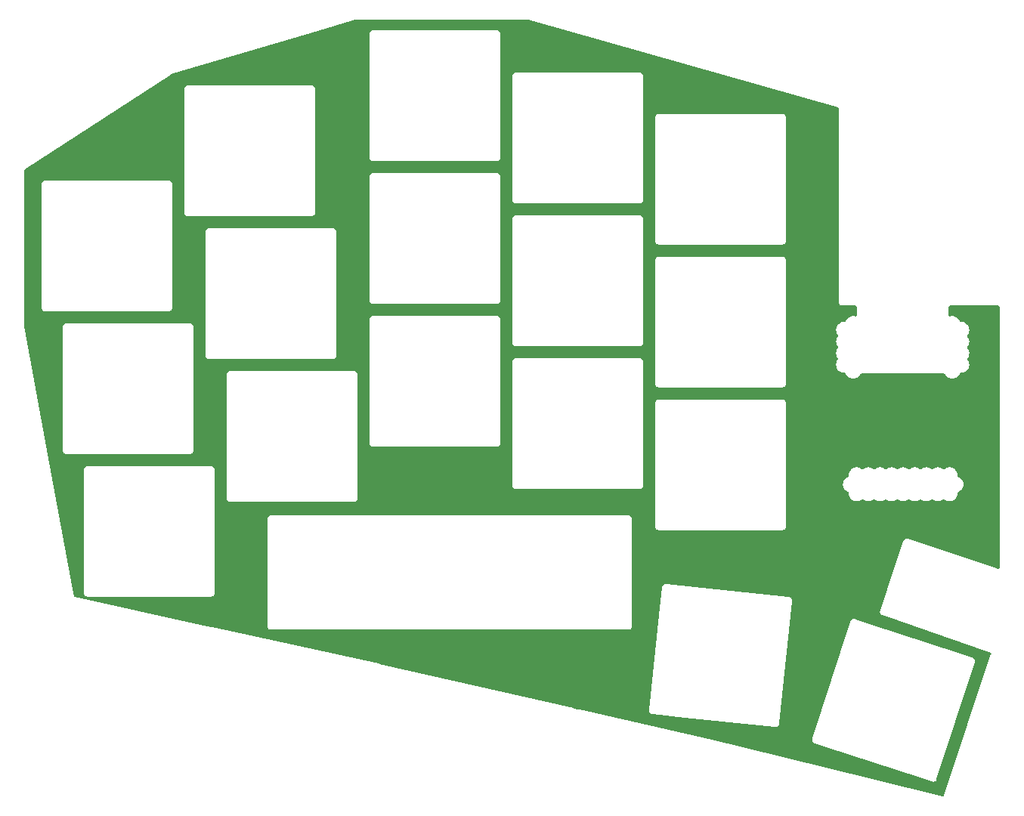
<source format=gbl>
%TF.GenerationSoftware,KiCad,Pcbnew,(6.0.8)*%
%TF.CreationDate,2022-10-28T13:13:37+09:00*%
%TF.ProjectId,selen-full_narrow_plate,73656c65-6e2d-4667-956c-6c5f6e617272,rev?*%
%TF.SameCoordinates,Original*%
%TF.FileFunction,Copper,L2,Bot*%
%TF.FilePolarity,Positive*%
%FSLAX46Y46*%
G04 Gerber Fmt 4.6, Leading zero omitted, Abs format (unit mm)*
G04 Created by KiCad (PCBNEW (6.0.8)) date 2022-10-28 13:13:37*
%MOMM*%
%LPD*%
G01*
G04 APERTURE LIST*
G04 APERTURE END LIST*
%TA.AperFunction,NonConductor*%
G36*
X158761095Y-61805296D02*
G01*
X193507933Y-71676556D01*
X193567995Y-71714413D01*
X193598055Y-71778731D01*
X193599500Y-71797760D01*
X193599500Y-93430291D01*
X193597948Y-93450004D01*
X193594508Y-93471721D01*
X193599500Y-93503243D01*
X193599500Y-93503246D01*
X193604389Y-93534112D01*
X193614352Y-93597025D01*
X193614354Y-93597028D01*
X193614354Y-93597031D01*
X193638614Y-93644644D01*
X193671946Y-93710064D01*
X193671949Y-93710067D01*
X193671950Y-93710069D01*
X193716799Y-93754918D01*
X193761653Y-93799773D01*
X193761655Y-93799774D01*
X193761658Y-93799777D01*
X193827072Y-93833107D01*
X193874690Y-93857371D01*
X193874693Y-93857371D01*
X193874696Y-93857373D01*
X193888153Y-93859504D01*
X193888155Y-93859505D01*
X193922297Y-93864912D01*
X193922300Y-93864913D01*
X193968443Y-93872222D01*
X193968475Y-93872227D01*
X193968481Y-93872227D01*
X194000000Y-93877219D01*
X194021722Y-93873779D01*
X194041429Y-93872228D01*
X195473503Y-93872249D01*
X195541622Y-93892252D01*
X195588114Y-93945908D01*
X195599500Y-93998249D01*
X195599500Y-94958701D01*
X195579498Y-95026822D01*
X195525842Y-95073315D01*
X195455568Y-95083419D01*
X195447303Y-95081948D01*
X195301103Y-95050872D01*
X195301099Y-95050872D01*
X195294646Y-95049500D01*
X195105354Y-95049500D01*
X195098901Y-95050872D01*
X195098897Y-95050872D01*
X195018212Y-95068022D01*
X194920197Y-95088856D01*
X194747270Y-95165849D01*
X194594129Y-95277112D01*
X194589716Y-95282014D01*
X194589714Y-95282015D01*
X194574481Y-95298933D01*
X194467467Y-95417784D01*
X194372821Y-95581716D01*
X194362839Y-95612436D01*
X194322768Y-95671041D01*
X194257372Y-95698678D01*
X194243007Y-95699500D01*
X194105354Y-95699500D01*
X194098901Y-95700872D01*
X194098897Y-95700872D01*
X194018212Y-95718022D01*
X193920197Y-95738856D01*
X193747270Y-95815849D01*
X193741929Y-95819729D01*
X193741928Y-95819730D01*
X193705089Y-95846495D01*
X193594129Y-95927112D01*
X193467467Y-96067784D01*
X193464164Y-96073505D01*
X193388362Y-96204799D01*
X193372821Y-96231716D01*
X193314326Y-96411744D01*
X193294540Y-96600000D01*
X193314326Y-96788256D01*
X193372821Y-96968284D01*
X193467467Y-97132216D01*
X193471885Y-97137123D01*
X193471886Y-97137124D01*
X193497607Y-97165690D01*
X193528325Y-97229697D01*
X193519560Y-97300151D01*
X193497607Y-97334310D01*
X193467467Y-97367784D01*
X193372821Y-97531716D01*
X193314326Y-97711744D01*
X193294540Y-97900000D01*
X193295230Y-97906565D01*
X193307736Y-98025551D01*
X193314326Y-98088256D01*
X193372821Y-98268284D01*
X193467467Y-98432216D01*
X193471885Y-98437123D01*
X193471886Y-98437124D01*
X193497607Y-98465690D01*
X193528325Y-98529697D01*
X193519560Y-98600151D01*
X193497607Y-98634310D01*
X193467467Y-98667784D01*
X193372821Y-98831716D01*
X193314326Y-99011744D01*
X193294540Y-99200000D01*
X193314326Y-99388256D01*
X193372821Y-99568284D01*
X193467467Y-99732216D01*
X193471885Y-99737123D01*
X193471886Y-99737124D01*
X193497607Y-99765690D01*
X193528325Y-99829697D01*
X193519560Y-99900151D01*
X193497607Y-99934310D01*
X193476972Y-99957228D01*
X193467467Y-99967784D01*
X193372821Y-100131716D01*
X193314326Y-100311744D01*
X193294540Y-100500000D01*
X193314326Y-100688256D01*
X193372821Y-100868284D01*
X193467467Y-101032216D01*
X193594129Y-101172888D01*
X193599468Y-101176767D01*
X193678714Y-101234342D01*
X193747270Y-101284151D01*
X193920197Y-101361144D01*
X194018212Y-101381978D01*
X194098897Y-101399128D01*
X194098901Y-101399128D01*
X194105354Y-101400500D01*
X194243007Y-101400500D01*
X194311128Y-101420502D01*
X194357621Y-101474158D01*
X194362836Y-101487553D01*
X194372821Y-101518284D01*
X194467467Y-101682216D01*
X194594129Y-101822888D01*
X194747270Y-101934151D01*
X194920197Y-102011144D01*
X195018212Y-102031978D01*
X195098897Y-102049128D01*
X195098901Y-102049128D01*
X195105354Y-102050500D01*
X195294646Y-102050500D01*
X195301099Y-102049128D01*
X195301103Y-102049128D01*
X195381788Y-102031978D01*
X195479803Y-102011144D01*
X195652730Y-101934151D01*
X195805871Y-101822888D01*
X195932533Y-101682216D01*
X195947136Y-101656923D01*
X196001074Y-101563500D01*
X196052457Y-101514507D01*
X196110193Y-101500500D01*
X205389807Y-101500500D01*
X205457928Y-101520502D01*
X205498926Y-101563500D01*
X205552864Y-101656923D01*
X205567467Y-101682216D01*
X205694129Y-101822888D01*
X205847270Y-101934151D01*
X206020197Y-102011144D01*
X206118212Y-102031978D01*
X206198897Y-102049128D01*
X206198901Y-102049128D01*
X206205354Y-102050500D01*
X206394646Y-102050500D01*
X206401099Y-102049128D01*
X206401103Y-102049128D01*
X206481788Y-102031978D01*
X206579803Y-102011144D01*
X206752730Y-101934151D01*
X206905871Y-101822888D01*
X207032533Y-101682216D01*
X207127179Y-101518284D01*
X207137161Y-101487564D01*
X207177232Y-101428959D01*
X207242628Y-101401322D01*
X207256993Y-101400500D01*
X207394646Y-101400500D01*
X207401099Y-101399128D01*
X207401103Y-101399128D01*
X207481788Y-101381978D01*
X207579803Y-101361144D01*
X207752730Y-101284151D01*
X207821287Y-101234342D01*
X207900532Y-101176767D01*
X207905871Y-101172888D01*
X208032533Y-101032216D01*
X208127179Y-100868284D01*
X208185674Y-100688256D01*
X208205460Y-100500000D01*
X208185674Y-100311744D01*
X208127179Y-100131716D01*
X208032533Y-99967784D01*
X208023029Y-99957228D01*
X208002393Y-99934310D01*
X207971675Y-99870303D01*
X207980440Y-99799849D01*
X208002393Y-99765690D01*
X208028114Y-99737124D01*
X208028115Y-99737123D01*
X208032533Y-99732216D01*
X208127179Y-99568284D01*
X208185674Y-99388256D01*
X208205460Y-99200000D01*
X208185674Y-99011744D01*
X208127179Y-98831716D01*
X208032533Y-98667784D01*
X208002393Y-98634310D01*
X207971675Y-98570303D01*
X207980440Y-98499849D01*
X208002393Y-98465690D01*
X208028114Y-98437124D01*
X208028115Y-98437123D01*
X208032533Y-98432216D01*
X208127179Y-98268284D01*
X208185674Y-98088256D01*
X208192265Y-98025551D01*
X208204770Y-97906565D01*
X208205460Y-97900000D01*
X208185674Y-97711744D01*
X208127179Y-97531716D01*
X208032533Y-97367784D01*
X208002393Y-97334310D01*
X207971675Y-97270303D01*
X207980440Y-97199849D01*
X208002393Y-97165690D01*
X208028114Y-97137124D01*
X208028115Y-97137123D01*
X208032533Y-97132216D01*
X208127179Y-96968284D01*
X208185674Y-96788256D01*
X208205460Y-96600000D01*
X208185674Y-96411744D01*
X208127179Y-96231716D01*
X208111639Y-96204799D01*
X208035836Y-96073505D01*
X208032533Y-96067784D01*
X207905871Y-95927112D01*
X207794911Y-95846495D01*
X207758072Y-95819730D01*
X207758071Y-95819729D01*
X207752730Y-95815849D01*
X207579803Y-95738856D01*
X207481788Y-95718022D01*
X207401103Y-95700872D01*
X207401099Y-95700872D01*
X207394646Y-95699500D01*
X207256993Y-95699500D01*
X207188872Y-95679498D01*
X207142379Y-95625842D01*
X207137164Y-95612447D01*
X207127179Y-95581716D01*
X207032533Y-95417784D01*
X206925519Y-95298933D01*
X206910286Y-95282015D01*
X206910284Y-95282014D01*
X206905871Y-95277112D01*
X206752730Y-95165849D01*
X206579803Y-95088856D01*
X206481788Y-95068022D01*
X206401103Y-95050872D01*
X206401099Y-95050872D01*
X206394646Y-95049500D01*
X206205354Y-95049500D01*
X206198901Y-95050872D01*
X206198897Y-95050872D01*
X206052697Y-95081948D01*
X205981906Y-95076546D01*
X205925273Y-95033729D01*
X205900780Y-94967091D01*
X205900500Y-94958701D01*
X205900500Y-93998410D01*
X205920502Y-93930289D01*
X205974158Y-93883796D01*
X206026502Y-93872410D01*
X208749329Y-93872450D01*
X211473502Y-93872491D01*
X211541622Y-93892494D01*
X211588114Y-93946150D01*
X211599500Y-93998491D01*
X211599500Y-123269520D01*
X211579498Y-123337641D01*
X211525842Y-123384134D01*
X211455568Y-123394238D01*
X211433655Y-123389054D01*
X201365960Y-120033155D01*
X201347753Y-120025451D01*
X201337031Y-120019885D01*
X201337027Y-120019884D01*
X201328228Y-120015316D01*
X201318445Y-120013690D01*
X201318444Y-120013690D01*
X201295447Y-120009869D01*
X201203078Y-119994519D01*
X201131093Y-120005361D01*
X201087431Y-120011937D01*
X201087429Y-120011938D01*
X201077627Y-120013414D01*
X200964155Y-120070150D01*
X200873769Y-120159174D01*
X200815317Y-120271772D01*
X200813692Y-120281552D01*
X200811711Y-120293470D01*
X200806951Y-120312655D01*
X199821329Y-123269520D01*
X198234347Y-128030466D01*
X198225806Y-128050258D01*
X198221871Y-128057581D01*
X198221870Y-128057584D01*
X198217178Y-128066316D01*
X198215414Y-128076073D01*
X198211258Y-128099054D01*
X198210851Y-128100952D01*
X198210085Y-128103252D01*
X198209275Y-128108125D01*
X198209274Y-128108130D01*
X198205524Y-128130700D01*
X198205219Y-128132454D01*
X198194604Y-128191158D01*
X198194997Y-128194046D01*
X198194519Y-128196922D01*
X198195839Y-128205685D01*
X198203414Y-128255977D01*
X198203668Y-128257752D01*
X198211713Y-128316864D01*
X198212980Y-128319490D01*
X198213414Y-128322373D01*
X198217378Y-128330301D01*
X198217379Y-128330304D01*
X198240137Y-128375819D01*
X198240926Y-128377427D01*
X198266831Y-128431132D01*
X198268846Y-128433237D01*
X198270150Y-128435845D01*
X198276367Y-128442157D01*
X198276369Y-128442160D01*
X198312033Y-128478370D01*
X198313281Y-128479655D01*
X198348434Y-128516376D01*
X198348438Y-128516379D01*
X198354561Y-128522775D01*
X198357129Y-128524155D01*
X198359174Y-128526231D01*
X198367028Y-128530308D01*
X198412130Y-128553721D01*
X198413717Y-128554559D01*
X198433845Y-128565375D01*
X198433852Y-128565378D01*
X198438205Y-128567717D01*
X198440494Y-128568517D01*
X198442239Y-128569352D01*
X198471772Y-128584683D01*
X198489751Y-128587671D01*
X198510633Y-128593010D01*
X210577916Y-132806982D01*
X210635633Y-132848323D01*
X210661837Y-132914307D01*
X210655909Y-132965780D01*
X208022407Y-140866288D01*
X205373833Y-148812010D01*
X205333316Y-148870310D01*
X205267711Y-148897449D01*
X205224055Y-148894481D01*
X197347856Y-146946974D01*
X182875293Y-143368418D01*
X182872956Y-143367763D01*
X182870325Y-143366704D01*
X182843904Y-143360639D01*
X182841868Y-143360154D01*
X182815537Y-143353643D01*
X182812704Y-143353400D01*
X182810346Y-143352935D01*
X179334427Y-142555033D01*
X190600450Y-142555033D01*
X190620296Y-142680337D01*
X190677892Y-142793375D01*
X190767600Y-142883083D01*
X190880638Y-142940679D01*
X190890429Y-142942230D01*
X190890430Y-142942230D01*
X190902365Y-142944120D01*
X190921591Y-142948736D01*
X204004265Y-147199555D01*
X204022531Y-147207121D01*
X204033296Y-147212606D01*
X204033300Y-147212607D01*
X204042133Y-147217108D01*
X204073652Y-147222100D01*
X204167437Y-147236954D01*
X204261223Y-147222100D01*
X204292741Y-147217108D01*
X204312342Y-147207121D01*
X204396943Y-147164015D01*
X204396945Y-147164014D01*
X204405780Y-147159512D01*
X204495487Y-147069804D01*
X204553083Y-146956766D01*
X204556524Y-146935039D01*
X204561140Y-146915813D01*
X208811958Y-133833140D01*
X208819524Y-133814874D01*
X208825009Y-133804108D01*
X208825009Y-133804107D01*
X208829511Y-133795272D01*
X208849357Y-133669968D01*
X208829511Y-133544664D01*
X208815023Y-133516230D01*
X208771915Y-133431625D01*
X208682207Y-133341917D01*
X208569169Y-133284322D01*
X208547441Y-133280880D01*
X208528219Y-133276265D01*
X195445539Y-129025445D01*
X195427273Y-129017879D01*
X195416507Y-129012393D01*
X195416504Y-129012392D01*
X195407674Y-129007893D01*
X195282370Y-128988046D01*
X195157066Y-129007893D01*
X195044028Y-129065489D01*
X194954320Y-129155196D01*
X194917524Y-129227413D01*
X194896724Y-129268235D01*
X194895173Y-129278028D01*
X194893283Y-129289962D01*
X194888667Y-129309188D01*
X190637849Y-142391861D01*
X190630283Y-142410127D01*
X190624798Y-142420892D01*
X190624797Y-142420896D01*
X190620296Y-142429729D01*
X190615304Y-142461248D01*
X190600450Y-142555033D01*
X179334427Y-142555033D01*
X165324854Y-139339116D01*
X164957586Y-139254809D01*
X172329731Y-139254809D01*
X172331282Y-139264601D01*
X172335338Y-139290210D01*
X172336716Y-139303321D01*
X172338592Y-139339116D01*
X172342147Y-139348376D01*
X172342904Y-139351938D01*
X172346899Y-139366850D01*
X172348026Y-139370318D01*
X172349577Y-139380113D01*
X172354079Y-139388948D01*
X172354079Y-139388949D01*
X172365847Y-139412045D01*
X172371210Y-139424090D01*
X172384057Y-139457555D01*
X172390296Y-139465260D01*
X172392114Y-139468408D01*
X172400531Y-139481368D01*
X172402668Y-139484309D01*
X172407173Y-139493151D01*
X172432512Y-139518490D01*
X172441337Y-139528290D01*
X172463896Y-139556148D01*
X172472214Y-139561550D01*
X172474913Y-139563980D01*
X172486911Y-139573696D01*
X172489863Y-139575841D01*
X172496881Y-139582859D01*
X172505720Y-139587363D01*
X172505722Y-139587364D01*
X172528814Y-139599130D01*
X172540235Y-139605724D01*
X172570294Y-139625245D01*
X172579877Y-139627812D01*
X172583202Y-139629293D01*
X172597619Y-139634827D01*
X172601083Y-139635952D01*
X172609919Y-139640455D01*
X172635273Y-139644471D01*
X172645315Y-139646061D01*
X172658215Y-139648803D01*
X172683260Y-139655514D01*
X172683263Y-139655514D01*
X172692838Y-139658080D01*
X172714803Y-139656929D01*
X172734566Y-139657446D01*
X176350021Y-140037446D01*
X186415159Y-141095335D01*
X186434596Y-141098938D01*
X186446260Y-141102063D01*
X186446264Y-141102063D01*
X186455843Y-141104630D01*
X186465747Y-141104111D01*
X186470064Y-141103885D01*
X186487709Y-141102960D01*
X186487714Y-141102960D01*
X186505415Y-141102032D01*
X186512010Y-141101859D01*
X186529747Y-141101859D01*
X186534633Y-141101085D01*
X186536646Y-141100927D01*
X186546745Y-141099866D01*
X186559950Y-141099174D01*
X186582535Y-141097990D01*
X186591795Y-141094435D01*
X186595357Y-141093678D01*
X186610269Y-141089683D01*
X186613737Y-141088556D01*
X186623532Y-141087005D01*
X186655465Y-141070735D01*
X186667510Y-141065371D01*
X186691719Y-141056078D01*
X186691720Y-141056077D01*
X186700974Y-141052525D01*
X186708679Y-141046286D01*
X186711827Y-141044468D01*
X186724787Y-141036051D01*
X186727728Y-141033914D01*
X186736570Y-141029409D01*
X186761909Y-141004070D01*
X186771710Y-140995244D01*
X186791860Y-140978927D01*
X186799567Y-140972686D01*
X186804969Y-140964368D01*
X186807399Y-140961669D01*
X186817115Y-140949671D01*
X186819260Y-140946719D01*
X186826278Y-140939701D01*
X186842549Y-140907768D01*
X186849143Y-140896347D01*
X186863261Y-140874607D01*
X186868664Y-140866288D01*
X186871231Y-140856705D01*
X186872712Y-140853380D01*
X186878246Y-140838963D01*
X186879371Y-140835500D01*
X186883874Y-140826663D01*
X186889481Y-140791262D01*
X186892221Y-140778372D01*
X186893237Y-140774579D01*
X186893239Y-140774567D01*
X186898932Y-140753322D01*
X186898932Y-140753319D01*
X186901498Y-140743744D01*
X186900979Y-140733838D01*
X186901360Y-140730208D01*
X186902168Y-140714800D01*
X186902168Y-140711155D01*
X186903720Y-140701359D01*
X186902352Y-140692721D01*
X186902859Y-140683043D01*
X188338755Y-127021415D01*
X188342358Y-127001977D01*
X188345481Y-126990320D01*
X188348048Y-126980740D01*
X188347529Y-126970833D01*
X188347910Y-126967203D01*
X188348718Y-126951797D01*
X188348718Y-126948152D01*
X188350270Y-126938355D01*
X188344662Y-126902946D01*
X188343285Y-126889839D01*
X188342255Y-126870193D01*
X188341409Y-126854049D01*
X188341409Y-126854048D01*
X188337258Y-126843236D01*
X188336411Y-126838664D01*
X188333102Y-126826314D01*
X188331975Y-126822846D01*
X188330424Y-126813051D01*
X188314154Y-126781118D01*
X188308790Y-126769073D01*
X188299498Y-126744867D01*
X188295944Y-126735609D01*
X188289703Y-126727902D01*
X188287874Y-126724735D01*
X188279473Y-126711799D01*
X188277330Y-126708850D01*
X188272828Y-126700013D01*
X188247488Y-126674673D01*
X188238662Y-126664872D01*
X188222346Y-126644723D01*
X188216105Y-126637016D01*
X188207787Y-126631614D01*
X188205088Y-126629184D01*
X188193074Y-126619454D01*
X188190130Y-126617315D01*
X188183120Y-126610305D01*
X188174286Y-126605804D01*
X188174285Y-126605803D01*
X188151184Y-126594032D01*
X188139778Y-126587448D01*
X188139396Y-126587200D01*
X188139397Y-126587199D01*
X188139379Y-126587189D01*
X188109706Y-126567919D01*
X188100129Y-126565353D01*
X188096810Y-126563875D01*
X188082379Y-126558335D01*
X188078915Y-126557209D01*
X188070082Y-126552709D01*
X188054892Y-126550303D01*
X188034681Y-126547102D01*
X188021791Y-126544362D01*
X188017998Y-126543346D01*
X188017986Y-126543343D01*
X187996745Y-126537652D01*
X187996742Y-126537652D01*
X187987163Y-126535085D01*
X187965202Y-126536236D01*
X187945440Y-126535719D01*
X179899448Y-125690051D01*
X174264834Y-125097829D01*
X174245403Y-125094228D01*
X174224158Y-125088535D01*
X174214253Y-125089054D01*
X174214252Y-125089054D01*
X174206299Y-125089471D01*
X174192296Y-125090205D01*
X174192290Y-125090204D01*
X174097466Y-125095174D01*
X174088208Y-125098728D01*
X174088207Y-125098728D01*
X173988285Y-125137085D01*
X173979027Y-125140639D01*
X173880434Y-125220478D01*
X173875032Y-125228796D01*
X173816737Y-125318560D01*
X173816736Y-125318563D01*
X173811337Y-125326876D01*
X173778502Y-125449420D01*
X173779021Y-125459324D01*
X173779653Y-125471384D01*
X173779136Y-125491148D01*
X173457202Y-128554141D01*
X172341247Y-139171740D01*
X172337644Y-139191177D01*
X172334519Y-139202841D01*
X172334519Y-139202845D01*
X172331952Y-139212424D01*
X172332471Y-139222326D01*
X172332090Y-139225952D01*
X172331282Y-139241379D01*
X172331282Y-139245017D01*
X172329731Y-139254809D01*
X164957586Y-139254809D01*
X163920315Y-139016702D01*
X163920286Y-139016694D01*
X163920255Y-139016682D01*
X163886323Y-139008900D01*
X163886323Y-139008899D01*
X163886303Y-139008895D01*
X163858885Y-139002601D01*
X163858854Y-139002599D01*
X163858848Y-139002598D01*
X145495539Y-134790830D01*
X142119203Y-134016441D01*
X142117966Y-134016112D01*
X142116323Y-134015471D01*
X142111956Y-134014516D01*
X142111951Y-134014515D01*
X142088100Y-134009300D01*
X142086848Y-134009020D01*
X142058812Y-134002590D01*
X142057048Y-134002469D01*
X142055808Y-134002242D01*
X123446232Y-129934138D01*
X122832617Y-129800000D01*
X129594508Y-129800000D01*
X129599500Y-129831519D01*
X129614354Y-129925304D01*
X129671950Y-130038342D01*
X129761658Y-130128050D01*
X129874696Y-130185646D01*
X129884485Y-130187196D01*
X129884487Y-130187197D01*
X129990207Y-130203941D01*
X130000000Y-130205492D01*
X130021726Y-130202051D01*
X130041436Y-130200500D01*
X169958564Y-130200500D01*
X169978274Y-130202051D01*
X170000000Y-130205492D01*
X170009793Y-130203941D01*
X170115513Y-130187197D01*
X170115515Y-130187196D01*
X170125304Y-130185646D01*
X170238342Y-130128050D01*
X170328050Y-130038342D01*
X170385646Y-129925304D01*
X170400500Y-129831519D01*
X170405492Y-129800000D01*
X170402051Y-129778274D01*
X170400500Y-129758564D01*
X170400500Y-118629301D01*
X173015101Y-118629301D01*
X173020093Y-118660820D01*
X173034947Y-118754605D01*
X173092543Y-118867643D01*
X173182251Y-118957351D01*
X173295289Y-119014947D01*
X173305078Y-119016497D01*
X173305080Y-119016498D01*
X173410800Y-119033242D01*
X173420593Y-119034793D01*
X173442319Y-119031352D01*
X173462029Y-119029801D01*
X187217972Y-119029801D01*
X187237682Y-119031352D01*
X187259408Y-119034793D01*
X187269201Y-119033242D01*
X187374921Y-119016498D01*
X187374923Y-119016497D01*
X187384712Y-119014947D01*
X187497750Y-118957351D01*
X187587458Y-118867643D01*
X187645054Y-118754605D01*
X187659908Y-118660820D01*
X187664900Y-118629301D01*
X187661459Y-118607575D01*
X187659908Y-118587865D01*
X187659908Y-113900000D01*
X194044540Y-113900000D01*
X194045230Y-113906565D01*
X194057736Y-114025551D01*
X194064326Y-114088256D01*
X194122821Y-114268284D01*
X194217467Y-114432216D01*
X194344129Y-114572888D01*
X194497270Y-114684151D01*
X194623768Y-114740472D01*
X194677860Y-114786449D01*
X194698509Y-114854377D01*
X194697825Y-114868742D01*
X194694540Y-114900000D01*
X194714326Y-115088256D01*
X194772821Y-115268284D01*
X194867467Y-115432216D01*
X194994129Y-115572888D01*
X195147270Y-115684151D01*
X195320197Y-115761144D01*
X195418212Y-115781978D01*
X195498897Y-115799128D01*
X195498901Y-115799128D01*
X195505354Y-115800500D01*
X195694646Y-115800500D01*
X195701099Y-115799128D01*
X195701103Y-115799128D01*
X195781788Y-115781978D01*
X195879803Y-115761144D01*
X196052730Y-115684151D01*
X196175938Y-115594635D01*
X196242807Y-115570776D01*
X196311959Y-115586857D01*
X196324061Y-115594635D01*
X196447270Y-115684151D01*
X196620197Y-115761144D01*
X196718212Y-115781978D01*
X196798897Y-115799128D01*
X196798901Y-115799128D01*
X196805354Y-115800500D01*
X196994646Y-115800500D01*
X197001099Y-115799128D01*
X197001103Y-115799128D01*
X197081788Y-115781978D01*
X197179803Y-115761144D01*
X197352730Y-115684151D01*
X197475938Y-115594635D01*
X197542807Y-115570776D01*
X197611959Y-115586857D01*
X197624061Y-115594635D01*
X197747270Y-115684151D01*
X197920197Y-115761144D01*
X198018212Y-115781978D01*
X198098897Y-115799128D01*
X198098901Y-115799128D01*
X198105354Y-115800500D01*
X198294646Y-115800500D01*
X198301099Y-115799128D01*
X198301103Y-115799128D01*
X198381788Y-115781978D01*
X198479803Y-115761144D01*
X198652730Y-115684151D01*
X198775938Y-115594635D01*
X198842807Y-115570776D01*
X198911959Y-115586857D01*
X198924061Y-115594635D01*
X199047270Y-115684151D01*
X199220197Y-115761144D01*
X199318212Y-115781978D01*
X199398897Y-115799128D01*
X199398901Y-115799128D01*
X199405354Y-115800500D01*
X199594646Y-115800500D01*
X199601099Y-115799128D01*
X199601103Y-115799128D01*
X199681788Y-115781978D01*
X199779803Y-115761144D01*
X199952730Y-115684151D01*
X200075938Y-115594635D01*
X200142807Y-115570776D01*
X200211959Y-115586857D01*
X200224061Y-115594635D01*
X200347270Y-115684151D01*
X200520197Y-115761144D01*
X200618212Y-115781978D01*
X200698897Y-115799128D01*
X200698901Y-115799128D01*
X200705354Y-115800500D01*
X200894646Y-115800500D01*
X200901099Y-115799128D01*
X200901103Y-115799128D01*
X200981788Y-115781978D01*
X201079803Y-115761144D01*
X201252730Y-115684151D01*
X201375938Y-115594635D01*
X201442807Y-115570776D01*
X201511959Y-115586857D01*
X201524061Y-115594635D01*
X201647270Y-115684151D01*
X201820197Y-115761144D01*
X201918212Y-115781978D01*
X201998897Y-115799128D01*
X201998901Y-115799128D01*
X202005354Y-115800500D01*
X202194646Y-115800500D01*
X202201099Y-115799128D01*
X202201103Y-115799128D01*
X202281788Y-115781978D01*
X202379803Y-115761144D01*
X202552730Y-115684151D01*
X202675938Y-115594635D01*
X202742807Y-115570776D01*
X202811959Y-115586857D01*
X202824061Y-115594635D01*
X202947270Y-115684151D01*
X203120197Y-115761144D01*
X203218212Y-115781978D01*
X203298897Y-115799128D01*
X203298901Y-115799128D01*
X203305354Y-115800500D01*
X203494646Y-115800500D01*
X203501099Y-115799128D01*
X203501103Y-115799128D01*
X203581788Y-115781978D01*
X203679803Y-115761144D01*
X203852730Y-115684151D01*
X203975938Y-115594635D01*
X204042807Y-115570776D01*
X204111959Y-115586857D01*
X204124061Y-115594635D01*
X204247270Y-115684151D01*
X204420197Y-115761144D01*
X204518212Y-115781978D01*
X204598897Y-115799128D01*
X204598901Y-115799128D01*
X204605354Y-115800500D01*
X204794646Y-115800500D01*
X204801099Y-115799128D01*
X204801103Y-115799128D01*
X204881788Y-115781978D01*
X204979803Y-115761144D01*
X205152730Y-115684151D01*
X205275938Y-115594635D01*
X205342807Y-115570776D01*
X205411959Y-115586857D01*
X205424061Y-115594635D01*
X205547270Y-115684151D01*
X205720197Y-115761144D01*
X205818212Y-115781978D01*
X205898897Y-115799128D01*
X205898901Y-115799128D01*
X205905354Y-115800500D01*
X206094646Y-115800500D01*
X206101099Y-115799128D01*
X206101103Y-115799128D01*
X206181788Y-115781978D01*
X206279803Y-115761144D01*
X206452730Y-115684151D01*
X206605871Y-115572888D01*
X206732533Y-115432216D01*
X206827179Y-115268284D01*
X206885674Y-115088256D01*
X206905460Y-114900000D01*
X206902175Y-114868746D01*
X206914947Y-114798908D01*
X206963449Y-114747062D01*
X206976215Y-114740480D01*
X207102730Y-114684151D01*
X207255871Y-114572888D01*
X207382533Y-114432216D01*
X207477179Y-114268284D01*
X207535674Y-114088256D01*
X207542265Y-114025551D01*
X207554770Y-113906565D01*
X207555460Y-113900000D01*
X207535674Y-113711744D01*
X207477179Y-113531716D01*
X207382533Y-113367784D01*
X207255871Y-113227112D01*
X207102730Y-113115849D01*
X206976232Y-113059528D01*
X206922140Y-113013551D01*
X206901491Y-112945623D01*
X206902175Y-112931253D01*
X206904770Y-112906564D01*
X206905460Y-112900000D01*
X206885674Y-112711744D01*
X206827179Y-112531716D01*
X206732533Y-112367784D01*
X206665353Y-112293173D01*
X206610286Y-112232015D01*
X206610284Y-112232014D01*
X206605871Y-112227112D01*
X206452730Y-112115849D01*
X206279803Y-112038856D01*
X206181788Y-112018022D01*
X206101103Y-112000872D01*
X206101099Y-112000872D01*
X206094646Y-111999500D01*
X205905354Y-111999500D01*
X205898901Y-112000872D01*
X205898897Y-112000872D01*
X205818212Y-112018022D01*
X205720197Y-112038856D01*
X205547270Y-112115849D01*
X205541929Y-112119729D01*
X205541928Y-112119730D01*
X205424061Y-112205365D01*
X205357193Y-112229224D01*
X205288041Y-112213143D01*
X205275939Y-112205365D01*
X205158072Y-112119730D01*
X205158071Y-112119729D01*
X205152730Y-112115849D01*
X204979803Y-112038856D01*
X204881788Y-112018022D01*
X204801103Y-112000872D01*
X204801099Y-112000872D01*
X204794646Y-111999500D01*
X204605354Y-111999500D01*
X204598901Y-112000872D01*
X204598897Y-112000872D01*
X204518212Y-112018022D01*
X204420197Y-112038856D01*
X204247270Y-112115849D01*
X204241929Y-112119729D01*
X204241928Y-112119730D01*
X204124061Y-112205365D01*
X204057193Y-112229224D01*
X203988041Y-112213143D01*
X203975939Y-112205365D01*
X203858072Y-112119730D01*
X203858071Y-112119729D01*
X203852730Y-112115849D01*
X203679803Y-112038856D01*
X203581788Y-112018022D01*
X203501103Y-112000872D01*
X203501099Y-112000872D01*
X203494646Y-111999500D01*
X203305354Y-111999500D01*
X203298901Y-112000872D01*
X203298897Y-112000872D01*
X203218212Y-112018022D01*
X203120197Y-112038856D01*
X202947270Y-112115849D01*
X202941929Y-112119729D01*
X202941928Y-112119730D01*
X202824061Y-112205365D01*
X202757193Y-112229224D01*
X202688041Y-112213143D01*
X202675939Y-112205365D01*
X202558072Y-112119730D01*
X202558071Y-112119729D01*
X202552730Y-112115849D01*
X202379803Y-112038856D01*
X202281788Y-112018022D01*
X202201103Y-112000872D01*
X202201099Y-112000872D01*
X202194646Y-111999500D01*
X202005354Y-111999500D01*
X201998901Y-112000872D01*
X201998897Y-112000872D01*
X201918212Y-112018022D01*
X201820197Y-112038856D01*
X201647270Y-112115849D01*
X201641929Y-112119729D01*
X201641928Y-112119730D01*
X201524061Y-112205365D01*
X201457193Y-112229224D01*
X201388041Y-112213143D01*
X201375939Y-112205365D01*
X201258072Y-112119730D01*
X201258071Y-112119729D01*
X201252730Y-112115849D01*
X201079803Y-112038856D01*
X200981788Y-112018022D01*
X200901103Y-112000872D01*
X200901099Y-112000872D01*
X200894646Y-111999500D01*
X200705354Y-111999500D01*
X200698901Y-112000872D01*
X200698897Y-112000872D01*
X200618212Y-112018022D01*
X200520197Y-112038856D01*
X200347270Y-112115849D01*
X200341929Y-112119729D01*
X200341928Y-112119730D01*
X200224061Y-112205365D01*
X200157193Y-112229224D01*
X200088041Y-112213143D01*
X200075939Y-112205365D01*
X199958072Y-112119730D01*
X199958071Y-112119729D01*
X199952730Y-112115849D01*
X199779803Y-112038856D01*
X199681788Y-112018022D01*
X199601103Y-112000872D01*
X199601099Y-112000872D01*
X199594646Y-111999500D01*
X199405354Y-111999500D01*
X199398901Y-112000872D01*
X199398897Y-112000872D01*
X199318212Y-112018022D01*
X199220197Y-112038856D01*
X199047270Y-112115849D01*
X199041929Y-112119729D01*
X199041928Y-112119730D01*
X198924061Y-112205365D01*
X198857193Y-112229224D01*
X198788041Y-112213143D01*
X198775939Y-112205365D01*
X198658072Y-112119730D01*
X198658071Y-112119729D01*
X198652730Y-112115849D01*
X198479803Y-112038856D01*
X198381788Y-112018022D01*
X198301103Y-112000872D01*
X198301099Y-112000872D01*
X198294646Y-111999500D01*
X198105354Y-111999500D01*
X198098901Y-112000872D01*
X198098897Y-112000872D01*
X198018212Y-112018022D01*
X197920197Y-112038856D01*
X197747270Y-112115849D01*
X197741929Y-112119729D01*
X197741928Y-112119730D01*
X197624061Y-112205365D01*
X197557193Y-112229224D01*
X197488041Y-112213143D01*
X197475939Y-112205365D01*
X197358072Y-112119730D01*
X197358071Y-112119729D01*
X197352730Y-112115849D01*
X197179803Y-112038856D01*
X197081788Y-112018022D01*
X197001103Y-112000872D01*
X197001099Y-112000872D01*
X196994646Y-111999500D01*
X196805354Y-111999500D01*
X196798901Y-112000872D01*
X196798897Y-112000872D01*
X196718212Y-112018022D01*
X196620197Y-112038856D01*
X196447270Y-112115849D01*
X196441929Y-112119729D01*
X196441928Y-112119730D01*
X196324061Y-112205365D01*
X196257193Y-112229224D01*
X196188041Y-112213143D01*
X196175939Y-112205365D01*
X196058072Y-112119730D01*
X196058071Y-112119729D01*
X196052730Y-112115849D01*
X195879803Y-112038856D01*
X195781788Y-112018022D01*
X195701103Y-112000872D01*
X195701099Y-112000872D01*
X195694646Y-111999500D01*
X195505354Y-111999500D01*
X195498901Y-112000872D01*
X195498897Y-112000872D01*
X195418212Y-112018022D01*
X195320197Y-112038856D01*
X195147270Y-112115849D01*
X194994129Y-112227112D01*
X194989716Y-112232014D01*
X194989714Y-112232015D01*
X194934647Y-112293173D01*
X194867467Y-112367784D01*
X194772821Y-112531716D01*
X194714326Y-112711744D01*
X194694540Y-112900000D01*
X194695230Y-112906564D01*
X194697825Y-112931253D01*
X194685053Y-113001092D01*
X194636551Y-113052938D01*
X194623785Y-113059520D01*
X194497270Y-113115849D01*
X194344129Y-113227112D01*
X194217467Y-113367784D01*
X194122821Y-113531716D01*
X194064326Y-113711744D01*
X194044540Y-113900000D01*
X187659908Y-113900000D01*
X187659908Y-104831923D01*
X187661459Y-104812213D01*
X187663349Y-104800280D01*
X187664900Y-104790487D01*
X187645054Y-104665183D01*
X187587458Y-104552145D01*
X187497750Y-104462437D01*
X187384712Y-104404841D01*
X187374923Y-104403291D01*
X187374921Y-104403290D01*
X187290927Y-104389987D01*
X187269201Y-104386546D01*
X187259408Y-104384995D01*
X187249615Y-104386546D01*
X187237682Y-104388436D01*
X187217972Y-104389987D01*
X173462029Y-104389987D01*
X173442319Y-104388436D01*
X173430386Y-104386546D01*
X173420593Y-104384995D01*
X173389074Y-104389987D01*
X173295289Y-104404841D01*
X173182251Y-104462437D01*
X173092543Y-104552145D01*
X173034947Y-104665183D01*
X173015101Y-104790487D01*
X173016652Y-104800280D01*
X173018542Y-104812213D01*
X173020093Y-104831923D01*
X173020093Y-118587865D01*
X173018542Y-118607575D01*
X173015101Y-118629301D01*
X170400500Y-118629301D01*
X170400500Y-117841436D01*
X170402051Y-117821726D01*
X170403941Y-117809793D01*
X170405492Y-117800000D01*
X170385646Y-117674696D01*
X170328050Y-117561658D01*
X170238342Y-117471950D01*
X170125304Y-117414354D01*
X170115515Y-117412804D01*
X170115513Y-117412803D01*
X170031519Y-117399500D01*
X170009793Y-117396059D01*
X170000000Y-117394508D01*
X169990207Y-117396059D01*
X169978274Y-117397949D01*
X169958564Y-117399500D01*
X130041436Y-117399500D01*
X130021726Y-117397949D01*
X130009793Y-117396059D01*
X130000000Y-117394508D01*
X129968481Y-117399500D01*
X129874696Y-117414354D01*
X129761658Y-117471950D01*
X129671950Y-117561658D01*
X129614354Y-117674696D01*
X129594508Y-117800000D01*
X129596059Y-117809793D01*
X129597949Y-117821726D01*
X129599500Y-117841436D01*
X129599500Y-129758564D01*
X129597949Y-129778274D01*
X129594508Y-129800000D01*
X122832617Y-129800000D01*
X107995718Y-126556613D01*
X107933441Y-126522525D01*
X107898689Y-126456220D01*
X107831716Y-126090551D01*
X109016101Y-126090551D01*
X109021093Y-126122070D01*
X109035947Y-126215855D01*
X109093543Y-126328893D01*
X109183251Y-126418601D01*
X109296289Y-126476197D01*
X109306078Y-126477747D01*
X109306080Y-126477748D01*
X109411800Y-126494492D01*
X109421593Y-126496043D01*
X109443319Y-126492602D01*
X109463029Y-126491051D01*
X123218972Y-126491051D01*
X123238682Y-126492602D01*
X123260408Y-126496043D01*
X123270201Y-126494492D01*
X123375921Y-126477748D01*
X123375923Y-126477747D01*
X123385712Y-126476197D01*
X123498750Y-126418601D01*
X123588458Y-126328893D01*
X123646054Y-126215855D01*
X123660908Y-126122070D01*
X123665900Y-126090551D01*
X123662459Y-126068825D01*
X123660908Y-126049115D01*
X123660908Y-115454301D01*
X125016101Y-115454301D01*
X125021093Y-115485820D01*
X125035947Y-115579605D01*
X125093543Y-115692643D01*
X125183251Y-115782351D01*
X125296289Y-115839947D01*
X125306078Y-115841497D01*
X125306080Y-115841498D01*
X125411800Y-115858242D01*
X125421593Y-115859793D01*
X125443319Y-115856352D01*
X125463029Y-115854801D01*
X139218972Y-115854801D01*
X139238682Y-115856352D01*
X139260408Y-115859793D01*
X139270201Y-115858242D01*
X139375921Y-115841498D01*
X139375923Y-115841497D01*
X139385712Y-115839947D01*
X139498750Y-115782351D01*
X139588458Y-115692643D01*
X139646054Y-115579605D01*
X139647895Y-115567985D01*
X139660908Y-115485820D01*
X139664349Y-115464094D01*
X139665900Y-115454301D01*
X139662459Y-115432575D01*
X139660908Y-115412865D01*
X139660908Y-114025551D01*
X157015601Y-114025551D01*
X157020593Y-114057070D01*
X157035447Y-114150855D01*
X157093043Y-114263893D01*
X157182751Y-114353601D01*
X157295789Y-114411197D01*
X157305578Y-114412747D01*
X157305580Y-114412748D01*
X157411300Y-114429492D01*
X157421093Y-114431043D01*
X157442819Y-114427602D01*
X157462529Y-114426051D01*
X171218472Y-114426051D01*
X171238182Y-114427602D01*
X171259908Y-114431043D01*
X171269701Y-114429492D01*
X171375421Y-114412748D01*
X171375423Y-114412747D01*
X171385212Y-114411197D01*
X171498250Y-114353601D01*
X171587958Y-114263893D01*
X171645554Y-114150855D01*
X171660408Y-114057070D01*
X171665400Y-114025551D01*
X171661959Y-114003825D01*
X171660408Y-113984115D01*
X171660408Y-102629051D01*
X173015101Y-102629051D01*
X173020093Y-102660570D01*
X173034947Y-102754355D01*
X173092543Y-102867393D01*
X173182251Y-102957101D01*
X173295289Y-103014697D01*
X173305078Y-103016247D01*
X173305080Y-103016248D01*
X173410800Y-103032992D01*
X173420593Y-103034543D01*
X173442319Y-103031102D01*
X173462029Y-103029551D01*
X187217972Y-103029551D01*
X187237682Y-103031102D01*
X187259408Y-103034543D01*
X187269201Y-103032992D01*
X187374921Y-103016248D01*
X187374923Y-103016247D01*
X187384712Y-103014697D01*
X187497750Y-102957101D01*
X187587458Y-102867393D01*
X187645054Y-102754355D01*
X187659908Y-102660570D01*
X187664900Y-102629051D01*
X187661459Y-102607325D01*
X187659908Y-102587615D01*
X187659908Y-88831673D01*
X187661459Y-88811963D01*
X187663349Y-88800030D01*
X187664900Y-88790237D01*
X187645054Y-88664933D01*
X187587458Y-88551895D01*
X187497750Y-88462187D01*
X187384712Y-88404591D01*
X187374923Y-88403041D01*
X187374921Y-88403040D01*
X187290927Y-88389737D01*
X187269201Y-88386296D01*
X187259408Y-88384745D01*
X187249615Y-88386296D01*
X187237682Y-88388186D01*
X187217972Y-88389737D01*
X173462029Y-88389737D01*
X173442319Y-88388186D01*
X173430386Y-88386296D01*
X173420593Y-88384745D01*
X173389074Y-88389737D01*
X173295289Y-88404591D01*
X173182251Y-88462187D01*
X173092543Y-88551895D01*
X173034947Y-88664933D01*
X173015101Y-88790237D01*
X173016652Y-88800030D01*
X173018542Y-88811963D01*
X173020093Y-88831673D01*
X173020093Y-102587615D01*
X173018542Y-102607325D01*
X173015101Y-102629051D01*
X171660408Y-102629051D01*
X171660408Y-100228173D01*
X171661959Y-100208463D01*
X171663849Y-100196530D01*
X171665400Y-100186737D01*
X171645554Y-100061433D01*
X171587958Y-99948395D01*
X171498250Y-99858687D01*
X171385212Y-99801091D01*
X171375423Y-99799541D01*
X171375421Y-99799540D01*
X171291427Y-99786237D01*
X171269701Y-99782796D01*
X171259908Y-99781245D01*
X171250115Y-99782796D01*
X171238182Y-99784686D01*
X171218472Y-99786237D01*
X157462529Y-99786237D01*
X157442819Y-99784686D01*
X157430886Y-99782796D01*
X157421093Y-99781245D01*
X157389574Y-99786237D01*
X157295789Y-99801091D01*
X157182751Y-99858687D01*
X157093043Y-99948395D01*
X157035447Y-100061433D01*
X157015601Y-100186737D01*
X157017152Y-100196530D01*
X157019042Y-100208463D01*
X157020593Y-100228173D01*
X157020593Y-113984115D01*
X157019042Y-114003825D01*
X157015601Y-114025551D01*
X139660908Y-114025551D01*
X139660908Y-109263051D01*
X141016101Y-109263051D01*
X141021093Y-109294570D01*
X141035947Y-109388355D01*
X141093543Y-109501393D01*
X141183251Y-109591101D01*
X141296289Y-109648697D01*
X141306078Y-109650247D01*
X141306080Y-109650248D01*
X141411800Y-109666992D01*
X141421593Y-109668543D01*
X141443319Y-109665102D01*
X141463029Y-109663551D01*
X155218972Y-109663551D01*
X155238682Y-109665102D01*
X155260408Y-109668543D01*
X155270201Y-109666992D01*
X155375921Y-109650248D01*
X155375923Y-109650247D01*
X155385712Y-109648697D01*
X155498750Y-109591101D01*
X155588458Y-109501393D01*
X155646054Y-109388355D01*
X155660908Y-109294570D01*
X155665900Y-109263051D01*
X155662459Y-109241325D01*
X155660908Y-109221615D01*
X155660908Y-98025551D01*
X157015601Y-98025551D01*
X157020593Y-98057070D01*
X157035447Y-98150855D01*
X157093043Y-98263893D01*
X157182751Y-98353601D01*
X157295789Y-98411197D01*
X157305578Y-98412747D01*
X157305580Y-98412748D01*
X157411300Y-98429492D01*
X157421093Y-98431043D01*
X157442819Y-98427602D01*
X157462529Y-98426051D01*
X171218472Y-98426051D01*
X171238182Y-98427602D01*
X171259908Y-98431043D01*
X171269701Y-98429492D01*
X171375421Y-98412748D01*
X171375423Y-98412747D01*
X171385212Y-98411197D01*
X171498250Y-98353601D01*
X171587958Y-98263893D01*
X171645554Y-98150855D01*
X171660408Y-98057070D01*
X171665400Y-98025551D01*
X171661959Y-98003825D01*
X171660408Y-97984115D01*
X171660408Y-86629051D01*
X173015101Y-86629051D01*
X173020093Y-86660570D01*
X173034947Y-86754355D01*
X173092543Y-86867393D01*
X173182251Y-86957101D01*
X173295289Y-87014697D01*
X173305078Y-87016247D01*
X173305080Y-87016248D01*
X173410800Y-87032992D01*
X173420593Y-87034543D01*
X173442319Y-87031102D01*
X173462029Y-87029551D01*
X187217972Y-87029551D01*
X187237682Y-87031102D01*
X187259408Y-87034543D01*
X187269201Y-87032992D01*
X187374921Y-87016248D01*
X187374923Y-87016247D01*
X187384712Y-87014697D01*
X187497750Y-86957101D01*
X187587458Y-86867393D01*
X187645054Y-86754355D01*
X187659908Y-86660570D01*
X187664900Y-86629051D01*
X187661459Y-86607325D01*
X187659908Y-86587615D01*
X187659908Y-72831673D01*
X187661459Y-72811963D01*
X187663349Y-72800030D01*
X187664900Y-72790237D01*
X187645054Y-72664933D01*
X187587458Y-72551895D01*
X187497750Y-72462187D01*
X187384712Y-72404591D01*
X187374923Y-72403041D01*
X187374921Y-72403040D01*
X187290927Y-72389737D01*
X187269201Y-72386296D01*
X187259408Y-72384745D01*
X187249615Y-72386296D01*
X187237682Y-72388186D01*
X187217972Y-72389737D01*
X173462029Y-72389737D01*
X173442319Y-72388186D01*
X173430386Y-72386296D01*
X173420593Y-72384745D01*
X173389074Y-72389737D01*
X173295289Y-72404591D01*
X173182251Y-72462187D01*
X173092543Y-72551895D01*
X173034947Y-72664933D01*
X173015101Y-72790237D01*
X173016652Y-72800030D01*
X173018542Y-72811963D01*
X173020093Y-72831673D01*
X173020093Y-86587615D01*
X173018542Y-86607325D01*
X173015101Y-86629051D01*
X171660408Y-86629051D01*
X171660408Y-84228173D01*
X171661959Y-84208463D01*
X171663849Y-84196530D01*
X171665400Y-84186737D01*
X171645554Y-84061433D01*
X171587958Y-83948395D01*
X171498250Y-83858687D01*
X171385212Y-83801091D01*
X171375423Y-83799541D01*
X171375421Y-83799540D01*
X171291427Y-83786237D01*
X171269701Y-83782796D01*
X171259908Y-83781245D01*
X171250115Y-83782796D01*
X171238182Y-83784686D01*
X171218472Y-83786237D01*
X157462529Y-83786237D01*
X157442819Y-83784686D01*
X157430886Y-83782796D01*
X157421093Y-83781245D01*
X157389574Y-83786237D01*
X157295789Y-83801091D01*
X157182751Y-83858687D01*
X157093043Y-83948395D01*
X157035447Y-84061433D01*
X157015601Y-84186737D01*
X157017152Y-84196530D01*
X157019042Y-84208463D01*
X157020593Y-84228173D01*
X157020593Y-97984115D01*
X157019042Y-98003825D01*
X157015601Y-98025551D01*
X155660908Y-98025551D01*
X155660908Y-95465673D01*
X155662459Y-95445963D01*
X155664349Y-95434030D01*
X155665900Y-95424237D01*
X155646054Y-95298933D01*
X155588458Y-95185895D01*
X155498750Y-95096187D01*
X155385712Y-95038591D01*
X155375923Y-95037041D01*
X155375921Y-95037040D01*
X155291927Y-95023737D01*
X155270201Y-95020296D01*
X155260408Y-95018745D01*
X155250615Y-95020296D01*
X155238682Y-95022186D01*
X155218972Y-95023737D01*
X141463029Y-95023737D01*
X141443319Y-95022186D01*
X141431386Y-95020296D01*
X141421593Y-95018745D01*
X141390074Y-95023737D01*
X141296289Y-95038591D01*
X141183251Y-95096187D01*
X141093543Y-95185895D01*
X141035947Y-95298933D01*
X141016101Y-95424237D01*
X141017652Y-95434030D01*
X141019542Y-95445963D01*
X141021093Y-95465673D01*
X141021093Y-109221615D01*
X141019542Y-109241325D01*
X141016101Y-109263051D01*
X139660908Y-109263051D01*
X139660908Y-101656923D01*
X139662459Y-101637213D01*
X139664349Y-101625280D01*
X139665900Y-101615487D01*
X139646054Y-101490183D01*
X139588458Y-101377145D01*
X139498750Y-101287437D01*
X139385712Y-101229841D01*
X139375923Y-101228291D01*
X139375921Y-101228290D01*
X139291927Y-101214987D01*
X139270201Y-101211546D01*
X139260408Y-101209995D01*
X139250615Y-101211546D01*
X139238682Y-101213436D01*
X139218972Y-101214987D01*
X125463029Y-101214987D01*
X125443319Y-101213436D01*
X125431386Y-101211546D01*
X125421593Y-101209995D01*
X125390074Y-101214987D01*
X125296289Y-101229841D01*
X125183251Y-101287437D01*
X125093543Y-101377145D01*
X125035947Y-101490183D01*
X125016101Y-101615487D01*
X125017652Y-101625280D01*
X125019542Y-101637213D01*
X125021093Y-101656923D01*
X125021093Y-115412865D01*
X125019542Y-115432575D01*
X125016101Y-115454301D01*
X123660908Y-115454301D01*
X123660908Y-112293173D01*
X123662459Y-112273463D01*
X123664349Y-112261530D01*
X123665900Y-112251737D01*
X123662000Y-112227112D01*
X123647605Y-112136224D01*
X123647604Y-112136222D01*
X123646054Y-112126433D01*
X123588458Y-112013395D01*
X123498750Y-111923687D01*
X123385712Y-111866091D01*
X123375923Y-111864541D01*
X123375921Y-111864540D01*
X123291927Y-111851237D01*
X123270201Y-111847796D01*
X123260408Y-111846245D01*
X123250615Y-111847796D01*
X123238682Y-111849686D01*
X123218972Y-111851237D01*
X109463029Y-111851237D01*
X109443319Y-111849686D01*
X109431386Y-111847796D01*
X109421593Y-111846245D01*
X109390074Y-111851237D01*
X109296289Y-111866091D01*
X109183251Y-111923687D01*
X109093543Y-112013395D01*
X109035947Y-112126433D01*
X109034397Y-112136222D01*
X109034396Y-112136224D01*
X109020001Y-112227112D01*
X109016101Y-112251737D01*
X109017652Y-112261530D01*
X109019542Y-112273463D01*
X109021093Y-112293173D01*
X109021093Y-126049115D01*
X109019542Y-126068825D01*
X109016101Y-126090551D01*
X107831716Y-126090551D01*
X104901308Y-110090801D01*
X106634851Y-110090801D01*
X106639843Y-110122320D01*
X106654697Y-110216105D01*
X106712293Y-110329143D01*
X106802001Y-110418851D01*
X106915039Y-110476447D01*
X106924828Y-110477997D01*
X106924830Y-110477998D01*
X107030550Y-110494742D01*
X107040343Y-110496293D01*
X107062069Y-110492852D01*
X107081779Y-110491301D01*
X120837722Y-110491301D01*
X120857432Y-110492852D01*
X120879158Y-110496293D01*
X120888951Y-110494742D01*
X120994671Y-110477998D01*
X120994673Y-110477997D01*
X121004462Y-110476447D01*
X121117500Y-110418851D01*
X121207208Y-110329143D01*
X121264804Y-110216105D01*
X121279658Y-110122320D01*
X121284650Y-110090801D01*
X121281209Y-110069075D01*
X121279658Y-110049365D01*
X121279658Y-99454301D01*
X122634851Y-99454301D01*
X122639843Y-99485820D01*
X122654697Y-99579605D01*
X122712293Y-99692643D01*
X122802001Y-99782351D01*
X122915039Y-99839947D01*
X122924828Y-99841497D01*
X122924830Y-99841498D01*
X123030550Y-99858242D01*
X123040343Y-99859793D01*
X123062069Y-99856352D01*
X123081779Y-99854801D01*
X136837722Y-99854801D01*
X136857432Y-99856352D01*
X136879158Y-99859793D01*
X136888951Y-99858242D01*
X136994671Y-99841498D01*
X136994673Y-99841497D01*
X137004462Y-99839947D01*
X137117500Y-99782351D01*
X137207208Y-99692643D01*
X137264804Y-99579605D01*
X137279658Y-99485820D01*
X137284650Y-99454301D01*
X137281209Y-99432575D01*
X137279658Y-99412865D01*
X137279658Y-93263051D01*
X141016101Y-93263051D01*
X141021093Y-93294570D01*
X141035947Y-93388355D01*
X141093543Y-93501393D01*
X141183251Y-93591101D01*
X141296289Y-93648697D01*
X141306078Y-93650247D01*
X141306080Y-93650248D01*
X141411800Y-93666992D01*
X141421593Y-93668543D01*
X141443319Y-93665102D01*
X141463029Y-93663551D01*
X155218972Y-93663551D01*
X155238682Y-93665102D01*
X155260408Y-93668543D01*
X155270201Y-93666992D01*
X155375921Y-93650248D01*
X155375923Y-93650247D01*
X155385712Y-93648697D01*
X155498750Y-93591101D01*
X155588458Y-93501393D01*
X155646054Y-93388355D01*
X155660908Y-93294570D01*
X155665900Y-93263051D01*
X155662459Y-93241325D01*
X155660908Y-93221615D01*
X155660908Y-82025551D01*
X157015601Y-82025551D01*
X157020593Y-82057070D01*
X157035447Y-82150855D01*
X157093043Y-82263893D01*
X157182751Y-82353601D01*
X157295789Y-82411197D01*
X157305578Y-82412747D01*
X157305580Y-82412748D01*
X157411300Y-82429492D01*
X157421093Y-82431043D01*
X157442819Y-82427602D01*
X157462529Y-82426051D01*
X171218472Y-82426051D01*
X171238182Y-82427602D01*
X171259908Y-82431043D01*
X171269701Y-82429492D01*
X171375421Y-82412748D01*
X171375423Y-82412747D01*
X171385212Y-82411197D01*
X171498250Y-82353601D01*
X171587958Y-82263893D01*
X171645554Y-82150855D01*
X171660408Y-82057070D01*
X171665400Y-82025551D01*
X171661959Y-82003825D01*
X171660408Y-81984115D01*
X171660408Y-68228173D01*
X171661959Y-68208463D01*
X171663849Y-68196530D01*
X171665400Y-68186737D01*
X171645554Y-68061433D01*
X171587958Y-67948395D01*
X171498250Y-67858687D01*
X171385212Y-67801091D01*
X171375423Y-67799541D01*
X171375421Y-67799540D01*
X171291427Y-67786237D01*
X171269701Y-67782796D01*
X171259908Y-67781245D01*
X171250115Y-67782796D01*
X171238182Y-67784686D01*
X171218472Y-67786237D01*
X157462529Y-67786237D01*
X157442819Y-67784686D01*
X157430886Y-67782796D01*
X157421093Y-67781245D01*
X157389574Y-67786237D01*
X157295789Y-67801091D01*
X157182751Y-67858687D01*
X157093043Y-67948395D01*
X157035447Y-68061433D01*
X157015601Y-68186737D01*
X157017152Y-68196530D01*
X157019042Y-68208463D01*
X157020593Y-68228173D01*
X157020593Y-81984115D01*
X157019042Y-82003825D01*
X157015601Y-82025551D01*
X155660908Y-82025551D01*
X155660908Y-79465673D01*
X155662459Y-79445963D01*
X155664349Y-79434030D01*
X155665900Y-79424237D01*
X155646054Y-79298933D01*
X155588458Y-79185895D01*
X155498750Y-79096187D01*
X155385712Y-79038591D01*
X155375923Y-79037041D01*
X155375921Y-79037040D01*
X155291927Y-79023737D01*
X155270201Y-79020296D01*
X155260408Y-79018745D01*
X155250615Y-79020296D01*
X155238682Y-79022186D01*
X155218972Y-79023737D01*
X141463029Y-79023737D01*
X141443319Y-79022186D01*
X141431386Y-79020296D01*
X141421593Y-79018745D01*
X141390074Y-79023737D01*
X141296289Y-79038591D01*
X141183251Y-79096187D01*
X141093543Y-79185895D01*
X141035947Y-79298933D01*
X141016101Y-79424237D01*
X141017652Y-79434030D01*
X141019542Y-79445963D01*
X141021093Y-79465673D01*
X141021093Y-93221615D01*
X141019542Y-93241325D01*
X141016101Y-93263051D01*
X137279658Y-93263051D01*
X137279658Y-85656923D01*
X137281209Y-85637213D01*
X137283099Y-85625280D01*
X137284650Y-85615487D01*
X137264804Y-85490183D01*
X137207208Y-85377145D01*
X137117500Y-85287437D01*
X137004462Y-85229841D01*
X136994673Y-85228291D01*
X136994671Y-85228290D01*
X136910677Y-85214987D01*
X136888951Y-85211546D01*
X136879158Y-85209995D01*
X136869365Y-85211546D01*
X136857432Y-85213436D01*
X136837722Y-85214987D01*
X123081779Y-85214987D01*
X123062069Y-85213436D01*
X123050136Y-85211546D01*
X123040343Y-85209995D01*
X123008824Y-85214987D01*
X122915039Y-85229841D01*
X122802001Y-85287437D01*
X122712293Y-85377145D01*
X122654697Y-85490183D01*
X122634851Y-85615487D01*
X122636402Y-85625280D01*
X122638292Y-85637213D01*
X122639843Y-85656923D01*
X122639843Y-99412865D01*
X122638292Y-99432575D01*
X122634851Y-99454301D01*
X121279658Y-99454301D01*
X121279658Y-96293423D01*
X121281209Y-96273713D01*
X121283099Y-96261780D01*
X121284650Y-96251987D01*
X121264804Y-96126683D01*
X121207208Y-96013645D01*
X121117500Y-95923937D01*
X121004462Y-95866341D01*
X120994673Y-95864791D01*
X120994671Y-95864790D01*
X120910677Y-95851487D01*
X120888951Y-95848046D01*
X120879158Y-95846495D01*
X120869365Y-95848046D01*
X120857432Y-95849936D01*
X120837722Y-95851487D01*
X107081779Y-95851487D01*
X107062069Y-95849936D01*
X107050136Y-95848046D01*
X107040343Y-95846495D01*
X107008824Y-95851487D01*
X106915039Y-95866341D01*
X106802001Y-95923937D01*
X106712293Y-96013645D01*
X106654697Y-96126683D01*
X106634851Y-96251987D01*
X106636402Y-96261780D01*
X106638292Y-96273713D01*
X106639843Y-96293423D01*
X106639843Y-110049365D01*
X106638292Y-110069075D01*
X106634851Y-110090801D01*
X104901308Y-110090801D01*
X102352562Y-96174882D01*
X102350500Y-96152182D01*
X102350500Y-94090801D01*
X104253101Y-94090801D01*
X104258093Y-94122320D01*
X104272947Y-94216105D01*
X104330543Y-94329143D01*
X104420251Y-94418851D01*
X104533289Y-94476447D01*
X104543078Y-94477997D01*
X104543080Y-94477998D01*
X104648800Y-94494742D01*
X104658593Y-94496293D01*
X104680319Y-94492852D01*
X104700029Y-94491301D01*
X118455972Y-94491301D01*
X118475682Y-94492852D01*
X118497408Y-94496293D01*
X118507201Y-94494742D01*
X118612921Y-94477998D01*
X118612923Y-94477997D01*
X118622712Y-94476447D01*
X118735750Y-94418851D01*
X118825458Y-94329143D01*
X118883054Y-94216105D01*
X118897908Y-94122320D01*
X118902900Y-94090801D01*
X118899459Y-94069075D01*
X118897908Y-94049365D01*
X118897908Y-83454301D01*
X120253601Y-83454301D01*
X120258593Y-83485820D01*
X120273447Y-83579605D01*
X120331043Y-83692643D01*
X120420751Y-83782351D01*
X120533789Y-83839947D01*
X120543578Y-83841497D01*
X120543580Y-83841498D01*
X120649300Y-83858242D01*
X120659093Y-83859793D01*
X120680819Y-83856352D01*
X120700529Y-83854801D01*
X134456472Y-83854801D01*
X134476182Y-83856352D01*
X134497908Y-83859793D01*
X134507701Y-83858242D01*
X134613421Y-83841498D01*
X134613423Y-83841497D01*
X134623212Y-83839947D01*
X134736250Y-83782351D01*
X134825958Y-83692643D01*
X134883554Y-83579605D01*
X134898408Y-83485820D01*
X134903400Y-83454301D01*
X134899959Y-83432575D01*
X134898408Y-83412865D01*
X134898408Y-77263051D01*
X141016101Y-77263051D01*
X141021093Y-77294570D01*
X141035947Y-77388355D01*
X141093543Y-77501393D01*
X141183251Y-77591101D01*
X141296289Y-77648697D01*
X141306078Y-77650247D01*
X141306080Y-77650248D01*
X141411800Y-77666992D01*
X141421593Y-77668543D01*
X141443319Y-77665102D01*
X141463029Y-77663551D01*
X155218972Y-77663551D01*
X155238682Y-77665102D01*
X155260408Y-77668543D01*
X155270201Y-77666992D01*
X155375921Y-77650248D01*
X155375923Y-77650247D01*
X155385712Y-77648697D01*
X155498750Y-77591101D01*
X155588458Y-77501393D01*
X155646054Y-77388355D01*
X155660908Y-77294570D01*
X155665900Y-77263051D01*
X155662459Y-77241325D01*
X155660908Y-77221615D01*
X155660908Y-63465673D01*
X155662459Y-63445963D01*
X155664349Y-63434030D01*
X155665900Y-63424237D01*
X155646054Y-63298933D01*
X155588458Y-63185895D01*
X155498750Y-63096187D01*
X155385712Y-63038591D01*
X155375923Y-63037041D01*
X155375921Y-63037040D01*
X155291927Y-63023737D01*
X155270201Y-63020296D01*
X155260408Y-63018745D01*
X155250615Y-63020296D01*
X155238682Y-63022186D01*
X155218972Y-63023737D01*
X141463029Y-63023737D01*
X141443319Y-63022186D01*
X141431386Y-63020296D01*
X141421593Y-63018745D01*
X141390074Y-63023737D01*
X141296289Y-63038591D01*
X141183251Y-63096187D01*
X141093543Y-63185895D01*
X141035947Y-63298933D01*
X141016101Y-63424237D01*
X141017652Y-63434030D01*
X141019542Y-63445963D01*
X141021093Y-63465673D01*
X141021093Y-77221615D01*
X141019542Y-77241325D01*
X141016101Y-77263051D01*
X134898408Y-77263051D01*
X134898408Y-69656923D01*
X134899959Y-69637213D01*
X134901849Y-69625280D01*
X134903400Y-69615487D01*
X134883554Y-69490183D01*
X134825958Y-69377145D01*
X134736250Y-69287437D01*
X134623212Y-69229841D01*
X134613423Y-69228291D01*
X134613421Y-69228290D01*
X134529427Y-69214987D01*
X134507701Y-69211546D01*
X134497908Y-69209995D01*
X134488115Y-69211546D01*
X134476182Y-69213436D01*
X134456472Y-69214987D01*
X120700529Y-69214987D01*
X120680819Y-69213436D01*
X120668886Y-69211546D01*
X120659093Y-69209995D01*
X120627574Y-69214987D01*
X120533789Y-69229841D01*
X120420751Y-69287437D01*
X120331043Y-69377145D01*
X120273447Y-69490183D01*
X120253601Y-69615487D01*
X120255152Y-69625280D01*
X120257042Y-69637213D01*
X120258593Y-69656923D01*
X120258593Y-83412865D01*
X120257042Y-83432575D01*
X120253601Y-83454301D01*
X118897908Y-83454301D01*
X118897908Y-80293423D01*
X118899459Y-80273713D01*
X118901349Y-80261780D01*
X118902900Y-80251987D01*
X118883054Y-80126683D01*
X118825458Y-80013645D01*
X118735750Y-79923937D01*
X118622712Y-79866341D01*
X118612923Y-79864791D01*
X118612921Y-79864790D01*
X118528927Y-79851487D01*
X118507201Y-79848046D01*
X118497408Y-79846495D01*
X118487615Y-79848046D01*
X118475682Y-79849936D01*
X118455972Y-79851487D01*
X104700029Y-79851487D01*
X104680319Y-79849936D01*
X104668386Y-79848046D01*
X104658593Y-79846495D01*
X104627074Y-79851487D01*
X104533289Y-79866341D01*
X104420251Y-79923937D01*
X104330543Y-80013645D01*
X104272947Y-80126683D01*
X104253101Y-80251987D01*
X104254652Y-80261780D01*
X104256542Y-80273713D01*
X104258093Y-80293423D01*
X104258093Y-94049365D01*
X104256542Y-94069075D01*
X104253101Y-94090801D01*
X102350500Y-94090801D01*
X102350500Y-78686048D01*
X102370502Y-78617927D01*
X102407932Y-78580339D01*
X118754407Y-67977220D01*
X118786982Y-67962179D01*
X134043897Y-63414444D01*
X139440805Y-61805750D01*
X139476798Y-61800500D01*
X158726662Y-61800500D01*
X158761095Y-61805296D01*
G37*
%TD.AperFunction*%
M02*

</source>
